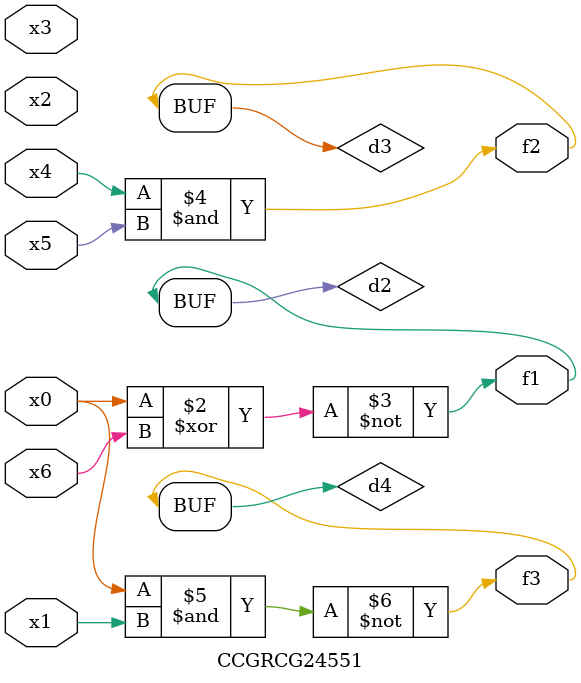
<source format=v>
module CCGRCG24551(
	input x0, x1, x2, x3, x4, x5, x6,
	output f1, f2, f3
);

	wire d1, d2, d3, d4;

	nor (d1, x0);
	xnor (d2, x0, x6);
	and (d3, x4, x5);
	nand (d4, x0, x1);
	assign f1 = d2;
	assign f2 = d3;
	assign f3 = d4;
endmodule

</source>
